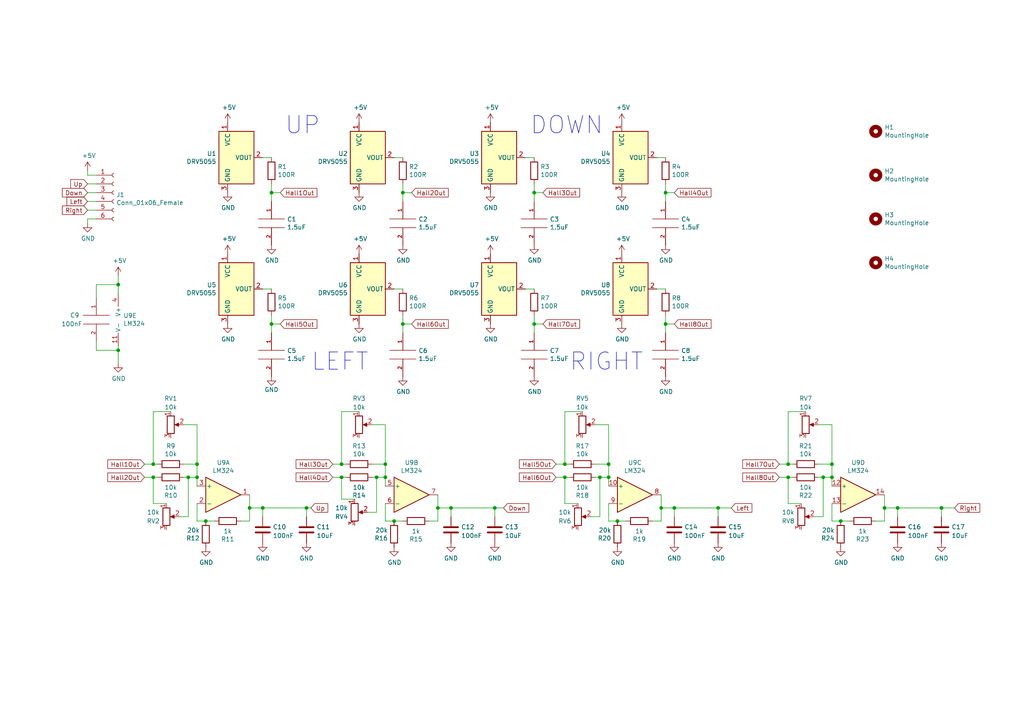
<source format=kicad_sch>
(kicad_sch (version 20211123) (generator eeschema)
  (paper "A4")
  (title_block (title "Hall Effect Joystick Array") (date "2022-10-01") (company "SUBC"))
  (lib_symbols
    (symbol "Amplifier_Operational:LM324" (pin_names (offset 0.127))
      (property "Reference" "U" (at 0 5.08 0))
      (property "Value" "LM324" (at 0 -5.08 0))
      (symbol "LM324_1_1"
        (polyline (pts (xy -5.08 5.08) (xy 5.08 0) (xy -5.08 -5.08) (xy -5.08 5.08)) (stroke (width 0.254)) (fill (type background)))
        (pin output line (at 7.62 0 180) (length 2.54) (name "~") (number "1"))
        (pin input line (at -7.62 -2.54 0) (length 2.54) (name "-") (number "2"))
        (pin input line (at -7.62 2.54 0) (length 2.54) (name "+") (number "3"))
      )
      (symbol "LM324_2_1"
        (polyline (pts (xy -5.08 5.08) (xy 5.08 0) (xy -5.08 -5.08) (xy -5.08 5.08)) (stroke (width 0.254)) (fill (type background)))
        (pin input line (at -7.62 2.54 0) (length 2.54) (name "+") (number "5"))
        (pin input line (at -7.62 -2.54 0) (length 2.54) (name "-") (number "6"))
        (pin output line (at 7.62 0 180) (length 2.54) (name "~") (number "7"))
      )
      (symbol "LM324_3_1"
        (polyline (pts (xy -5.08 5.08) (xy 5.08 0) (xy -5.08 -5.08) (xy -5.08 5.08)) (stroke (width 0.254)) (fill (type background)))
        (pin input line (at -7.62 2.54 0) (length 2.54) (name "+") (number "10"))
        (pin output line (at 7.62 0 180) (length 2.54) (name "~") (number "8"))
        (pin input line (at -7.62 -2.54 0) (length 2.54) (name "-") (number "9"))
      )
      (symbol "LM324_4_1"
        (polyline (pts (xy -5.08 5.08) (xy 5.08 0) (xy -5.08 -5.08) (xy -5.08 5.08)) (stroke (width 0.254)) (fill (type background)))
        (pin input line (at -7.62 2.54 0) (length 2.54) (name "+") (number "12"))
        (pin input line (at -7.62 -2.54 0) (length 2.54) (name "-") (number "13"))
        (pin output line (at 7.62 0 180) (length 2.54) (name "~") (number "14"))
      )
      (symbol "LM324_5_1"
        (pin power_in line (at -2.54 -7.62 90) (length 3.81) (name "V-") (number "11"))
        (pin power_in line (at -2.54 7.62 270) (length 3.81) (name "V+") (number "4"))
      )
    )
    (symbol "Connector:Conn_01x06_Female" (pin_names (offset 1.016) hide)
      (property "Reference" "J" (at 0 7.62 0))
      (property "Value" "Conn_01x06_Female" (at 0 -10.16 0))
      (symbol "Conn_01x06_Female_1_1"
        (arc (start 0 -7.112) (mid -0.508 -7.62) (end 0 -8.128) (stroke (width 0.1524)))
        (arc (start 0 -4.572) (mid -0.508 -5.08) (end 0 -5.588) (stroke (width 0.1524)))
        (arc (start 0 -2.032) (mid -0.508 -2.54) (end 0 -3.048) (stroke (width 0.1524)))
        (polyline (pts (xy -1.27 -7.62) (xy -0.508 -7.62)) (stroke (width 0.1524)))
        (polyline (pts (xy -1.27 -5.08) (xy -0.508 -5.08)) (stroke (width 0.1524)))
        (polyline (pts (xy -1.27 -2.54) (xy -0.508 -2.54)) (stroke (width 0.1524)))
        (polyline (pts (xy -1.27 0) (xy -0.508 0)) (stroke (width 0.1524)))
        (polyline (pts (xy -1.27 2.54) (xy -0.508 2.54)) (stroke (width 0.1524)))
        (polyline (pts (xy -1.27 5.08) (xy -0.508 5.08)) (stroke (width 0.1524)))
        (arc (start 0 0.508) (mid -0.508 0) (end 0 -0.508) (stroke (width 0.1524)))
        (arc (start 0 3.048) (mid -0.508 2.54) (end 0 2.032) (stroke (width 0.1524)))
        (arc (start 0 5.588) (mid -0.508 5.08) (end 0 4.572) (stroke (width 0.1524)))
        (pin passive line (at -5.08 5.08 0) (length 3.81) (name "Pin_1") (number "1"))
        (pin passive line (at -5.08 2.54 0) (length 3.81) (name "Pin_2") (number "2"))
        (pin passive line (at -5.08 0 0) (length 3.81) (name "Pin_3") (number "3"))
        (pin passive line (at -5.08 -2.54 0) (length 3.81) (name "Pin_4") (number "4"))
        (pin passive line (at -5.08 -5.08 0) (length 3.81) (name "Pin_5") (number "5"))
        (pin passive line (at -5.08 -7.62 0) (length 3.81) (name "Pin_6") (number "6"))
      )
    )
    (symbol "Device:C" (pin_numbers hide) (pin_names (offset 0.254))
      (property "Reference" "C" (at 0.635 2.54 0))
      (property "Value" "C" (at 0.635 -2.54 0))
      (symbol "C_0_1"
        (polyline (pts (xy -2.032 -0.762) (xy 2.032 -0.762)) (stroke (width 0.508)))
        (polyline (pts (xy -2.032 0.762) (xy 2.032 0.762)) (stroke (width 0.508)))
      )
      (symbol "C_1_1"
        (pin passive line (at 0 3.81 270) (length 2.794) (name "~") (number "1"))
        (pin passive line (at 0 -3.81 90) (length 2.794) (name "~") (number "2"))
      )
    )
    (symbol "Device:R" (pin_numbers hide) (pin_names (offset 0))
      (property "Reference" "R" (at 2.032 0 90))
      (property "Value" "R" (at 0 0 90))
      (symbol "R_0_1"
        (rectangle (start -1.016 -2.54) (end 1.016 2.54) (stroke (width 0.254)))
      )
      (symbol "R_1_1"
        (pin passive line (at 0 3.81 270) (length 1.27) (name "~") (number "1"))
        (pin passive line (at 0 -3.81 90) (length 1.27) (name "~") (number "2"))
      )
    )
    (symbol "Device:R_Potentiometer" (pin_names (offset 1.016) hide)
      (property "Reference" "RV" (at -4.445 0 90))
      (property "Value" "R_Potentiometer" (at -2.54 0 90))
      (symbol "R_Potentiometer_0_1"
        (polyline (pts (xy 2.54 0) (xy 1.524 0)))
        (polyline (pts (xy 1.143 0) (xy 2.286 0.508) (xy 2.286 -0.508) (xy 1.143 0)) (fill (type outline)))
        (rectangle (start 1.016 2.54) (end -1.016 -2.54) (stroke (width 0.254)))
      )
      (symbol "R_Potentiometer_1_1"
        (pin passive line (at 0 3.81 270) (length 1.27) (name "1") (number "1"))
        (pin passive line (at 3.81 0 180) (length 1.27) (name "2") (number "2"))
        (pin passive line (at 0 -3.81 90) (length 1.27) (name "3") (number "3"))
      )
    )
    (symbol "HallEffectArray-rescue:DRV5033AJQDBZ-Sensor_Magnetic"
      (property "Reference" "U" (at 0 11.43 0))
      (property "Value" "DRV5033AJQDBZ-Sensor_Magnetic" (at 0 8.89 0))
      (symbol "DRV5033AJQDBZ-Sensor_Magnetic_0_1"
        (rectangle (start -5.08 7.62) (end 5.08 -7.62) (stroke (width 0.254)) (fill (type background)))
      )
      (symbol "DRV5033AJQDBZ-Sensor_Magnetic_1_1"
        (pin power_in line (at -2.54 10.16 270) (length 2.54) (name "VCC") (number "1"))
        (pin open_collector line (at 7.62 0 180) (length 2.54) (name "VOUT") (number "2"))
        (pin power_in line (at -2.54 -10.16 90) (length 2.54) (name "GND") (number "3"))
      )
    )
    (symbol "Mechanical:MountingHole" (pin_names (offset 1.016))
      (property "Reference" "H" (at 0 5.08 0))
      (property "Value" "MountingHole" (at 0 3.175 0))
      (symbol "MountingHole_0_1"
        (circle (center 0 0) (radius 1.27) (stroke (width 1.27)))
      )
    )
    (symbol "power:+5V" (power) (pin_names (offset 0))
      (property "Value" "+5V" (at 0 3.556 0))
      (symbol "+5V_0_1"
        (polyline (pts (xy -0.762 1.27) (xy 0 2.54)))
        (polyline (pts (xy 0 0) (xy 0 2.54)))
        (polyline (pts (xy 0 2.54) (xy 0.762 1.27)))
      )
      (symbol "+5V_1_1"
        (pin power_in line (at 0 0 90) (length 0) hide (name "+5V") (number "1"))
      )
    )
    (symbol "power:GND" (power) (pin_names (offset 0))
      (property "Value" "GND" (at 0 -3.81 0))
      (symbol "GND_0_1"
        (polyline (pts (xy 0 0) (xy 0 -1.27) (xy 1.27 -1.27) (xy 0 -2.54) (xy -1.27 -1.27) (xy 0 -1.27)))
      )
      (symbol "GND_1_1"
        (pin power_in line (at 0 0 270) (length 0) hide (name "GND") (number "1"))
      )
    )
    (symbol "pspice:C" (pin_names (offset 0.254))
      (property "Reference" "C" (at 2.54 3.81 90))
      (property "Value" "C" (at 2.54 -3.81 90))
      (symbol "C_0_1"
        (polyline (pts (xy -3.81 -1.27) (xy 3.81 -1.27)))
        (polyline (pts (xy -3.81 1.27) (xy 3.81 1.27)))
      )
      (symbol "C_1_1"
        (pin passive line (at 0 6.35 270) (length 5.08) (name "~") (number "1"))
        (pin passive line (at 0 -6.35 90) (length 5.08) (name "~") (number "2"))
      )
    )
  )
  (junction (at 44.45 138.43))
  (junction (at 243.84 151.13))
  (junction (at 256.54 147.32))
  (junction (at 78.74 55.88))
  (junction (at 176.53 134.62))
  (junction (at 193.04 55.88))
  (junction (at 191.77 147.32))
  (junction (at 116.84 93.98))
  (junction (at 176.53 138.43))
  (junction (at 154.94 55.88))
  (junction (at 143.51 147.32))
  (junction (at 130.81 147.32))
  (junction (at 99.06 138.43))
  (junction (at 88.9 147.32))
  (junction (at 241.3 134.62))
  (junction (at 154.94 93.98))
  (junction (at 273.05 147.32))
  (junction (at 238.76 138.43))
  (junction (at 193.04 93.98))
  (junction (at 114.3 151.13))
  (junction (at 54.61 138.43))
  (junction (at 59.69 151.13))
  (junction (at 195.58 147.32))
  (junction (at 116.84 55.88))
  (junction (at 109.22 138.43))
  (junction (at 208.28 147.32))
  (junction (at 57.15 138.43))
  (junction (at 163.83 138.43))
  (junction (at 228.6 138.43))
  (junction (at 34.29 101.6))
  (junction (at 72.39 147.32))
  (junction (at 44.45 134.62))
  (junction (at 76.2 147.32))
  (junction (at 163.83 134.62))
  (junction (at 228.6 134.62))
  (junction (at 34.29 82.55))
  (junction (at 260.35 147.32))
  (junction (at 99.06 134.62))
  (junction (at 57.15 134.62))
  (junction (at 241.3 138.43))
  (junction (at 111.76 138.43))
  (junction (at 127 147.32))
  (junction (at 78.74 93.98))
  (junction (at 111.76 134.62))
  (junction (at 173.99 138.43))
  (junction (at 179.07 151.13))
  (wire (pts (xy 176.53 151.13) (xy 179.07 151.13)))
  (wire (pts (xy 111.76 134.62) (xy 111.76 138.43)))
  (wire (pts (xy 163.83 138.43) (xy 163.83 146.05)))
  (wire (pts (xy 78.74 93.98) (xy 81.28 93.98)))
  (wire (pts (xy 154.94 93.98) (xy 157.48 93.98)))
  (wire (pts (xy 53.34 123.19) (xy 57.15 123.19)))
  (wire (pts (xy 243.84 151.13) (xy 246.38 151.13)))
  (wire (pts (xy 228.6 138.43) (xy 228.6 146.05)))
  (wire (pts (xy 190.5 45.72) (xy 193.04 45.72)))
  (wire (pts (xy 111.76 151.13) (xy 114.3 151.13)))
  (wire (pts (xy 72.39 147.32) (xy 72.39 143.51)))
  (wire (pts (xy 208.28 147.32) (xy 208.28 149.86)))
  (wire (pts (xy 237.49 123.19) (xy 241.3 123.19)))
  (wire (pts (xy 168.91 119.38) (xy 163.83 119.38)))
  (wire (pts (xy 228.6 134.62) (xy 226.06 134.62)))
  (wire (pts (xy 241.3 134.62) (xy 241.3 138.43)))
  (wire (pts (xy 167.64 146.05) (xy 163.83 146.05)))
  (wire (pts (xy 195.58 147.32) (xy 195.58 149.86)))
  (wire (pts (xy 241.3 151.13) (xy 243.84 151.13)))
  (wire (pts (xy 44.45 119.38) (xy 44.45 134.62)))
  (wire (pts (xy 116.84 55.88) (xy 119.38 55.88)))
  (wire (pts (xy 154.94 96.52) (xy 154.94 93.98)))
  (wire (pts (xy 238.76 138.43) (xy 241.3 138.43)))
  (wire (pts (xy 193.04 93.98) (xy 193.04 91.44)))
  (wire (pts (xy 72.39 151.13) (xy 72.39 147.32)))
  (wire (pts (xy 116.84 93.98) (xy 119.38 93.98)))
  (wire (pts (xy 57.15 146.05) (xy 57.15 151.13)))
  (wire (pts (xy 78.74 96.52) (xy 78.74 93.98)))
  (wire (pts (xy 76.2 147.32) (xy 76.2 149.86)))
  (wire (pts (xy 241.3 146.05) (xy 241.3 151.13)))
  (wire (pts (xy 69.85 151.13) (xy 72.39 151.13)))
  (wire (pts (xy 54.61 149.86) (xy 54.61 138.43)))
  (wire (pts (xy 260.35 147.32) (xy 260.35 149.86)))
  (wire (pts (xy 256.54 147.32) (xy 260.35 147.32)))
  (wire (pts (xy 102.87 144.78) (xy 99.06 144.78)))
  (wire (pts (xy 124.46 151.13) (xy 127 151.13)))
  (wire (pts (xy 189.23 151.13) (xy 191.77 151.13)))
  (wire (pts (xy 99.06 119.38) (xy 99.06 134.62)))
  (wire (pts (xy 107.95 138.43) (xy 109.22 138.43)))
  (wire (pts (xy 163.83 138.43) (xy 165.1 138.43)))
  (wire (pts (xy 114.3 83.82) (xy 116.84 83.82)))
  (wire (pts (xy 27.94 101.6) (xy 34.29 101.6)))
  (wire (pts (xy 260.35 147.32) (xy 273.05 147.32)))
  (wire (pts (xy 173.99 138.43) (xy 173.99 149.86)))
  (wire (pts (xy 171.45 149.86) (xy 173.99 149.86)))
  (wire (pts (xy 152.4 45.72) (xy 154.94 45.72)))
  (wire (pts (xy 54.61 138.43) (xy 57.15 138.43)))
  (wire (pts (xy 41.91 134.62) (xy 44.45 134.62)))
  (wire (pts (xy 173.99 138.43) (xy 176.53 138.43)))
  (wire (pts (xy 34.29 101.6) (xy 34.29 100.33)))
  (wire (pts (xy 96.52 138.43) (xy 99.06 138.43)))
  (wire (pts (xy 27.94 86.36) (xy 27.94 82.55)))
  (wire (pts (xy 116.84 58.42) (xy 116.84 55.88)))
  (wire (pts (xy 57.15 134.62) (xy 57.15 138.43)))
  (wire (pts (xy 34.29 82.55) (xy 34.29 85.09)))
  (wire (pts (xy 127 147.32) (xy 127 143.51)))
  (wire (pts (xy 41.91 138.43) (xy 44.45 138.43)))
  (wire (pts (xy 176.53 134.62) (xy 176.53 138.43)))
  (wire (pts (xy 176.53 123.19) (xy 176.53 134.62)))
  (wire (pts (xy 161.29 134.62) (xy 163.83 134.62)))
  (wire (pts (xy 76.2 45.72) (xy 78.74 45.72)))
  (wire (pts (xy 254 151.13) (xy 256.54 151.13)))
  (wire (pts (xy 229.87 134.62) (xy 228.6 134.62)))
  (wire (pts (xy 193.04 96.52) (xy 193.04 93.98)))
  (wire (pts (xy 179.07 151.13) (xy 181.61 151.13)))
  (wire (pts (xy 172.72 123.19) (xy 176.53 123.19)))
  (wire (pts (xy 232.41 146.05) (xy 228.6 146.05)))
  (wire (pts (xy 72.39 147.32) (xy 76.2 147.32)))
  (wire (pts (xy 27.94 99.06) (xy 27.94 101.6)))
  (wire (pts (xy 25.4 50.8) (xy 27.94 50.8)))
  (wire (pts (xy 193.04 55.88) (xy 193.04 53.34)))
  (wire (pts (xy 34.29 80.01) (xy 34.29 82.55)))
  (wire (pts (xy 48.26 146.05) (xy 44.45 146.05)))
  (wire (pts (xy 176.53 138.43) (xy 176.53 140.97)))
  (wire (pts (xy 76.2 83.82) (xy 78.74 83.82)))
  (wire (pts (xy 106.68 148.59) (xy 109.22 148.59)))
  (wire (pts (xy 116.84 96.52) (xy 116.84 93.98)))
  (wire (pts (xy 152.4 83.82) (xy 154.94 83.82)))
  (wire (pts (xy 241.3 123.19) (xy 241.3 134.62)))
  (wire (pts (xy 127 147.32) (xy 130.81 147.32)))
  (wire (pts (xy 154.94 58.42) (xy 154.94 55.88)))
  (wire (pts (xy 193.04 55.88) (xy 195.58 55.88)))
  (wire (pts (xy 256.54 147.32) (xy 256.54 143.51)))
  (wire (pts (xy 99.06 138.43) (xy 100.33 138.43)))
  (wire (pts (xy 34.29 105.41) (xy 34.29 101.6)))
  (wire (pts (xy 57.15 138.43) (xy 57.15 140.97)))
  (wire (pts (xy 191.77 147.32) (xy 195.58 147.32)))
  (wire (pts (xy 78.74 58.42) (xy 78.74 55.88)))
  (wire (pts (xy 208.28 147.32) (xy 212.09 147.32)))
  (wire (pts (xy 107.95 134.62) (xy 111.76 134.62)))
  (wire (pts (xy 256.54 151.13) (xy 256.54 147.32)))
  (wire (pts (xy 76.2 147.32) (xy 88.9 147.32)))
  (wire (pts (xy 237.49 138.43) (xy 238.76 138.43)))
  (wire (pts (xy 163.83 119.38) (xy 163.83 134.62)))
  (wire (pts (xy 53.34 138.43) (xy 54.61 138.43)))
  (wire (pts (xy 78.74 93.98) (xy 78.74 91.44)))
  (wire (pts (xy 154.94 55.88) (xy 157.48 55.88)))
  (wire (pts (xy 107.95 123.19) (xy 111.76 123.19)))
  (wire (pts (xy 59.69 151.13) (xy 62.23 151.13)))
  (wire (pts (xy 228.6 138.43) (xy 226.06 138.43)))
  (wire (pts (xy 236.22 149.86) (xy 238.76 149.86)))
  (wire (pts (xy 25.4 49.53) (xy 25.4 50.8)))
  (wire (pts (xy 49.53 119.38) (xy 44.45 119.38)))
  (wire (pts (xy 88.9 147.32) (xy 88.9 149.86)))
  (wire (pts (xy 78.74 55.88) (xy 78.74 53.34)))
  (wire (pts (xy 195.58 147.32) (xy 208.28 147.32)))
  (wire (pts (xy 99.06 134.62) (xy 100.33 134.62)))
  (wire (pts (xy 99.06 138.43) (xy 99.06 144.78)))
  (wire (pts (xy 116.84 151.13) (xy 114.3 151.13)))
  (wire (pts (xy 176.53 146.05) (xy 176.53 151.13)))
  (wire (pts (xy 44.45 146.05) (xy 44.45 138.43)))
  (wire (pts (xy 241.3 138.43) (xy 241.3 140.97)))
  (wire (pts (xy 233.68 119.38) (xy 228.6 119.38)))
  (wire (pts (xy 57.15 151.13) (xy 59.69 151.13)))
  (wire (pts (xy 273.05 147.32) (xy 276.86 147.32)))
  (wire (pts (xy 143.51 147.32) (xy 146.05 147.32)))
  (wire (pts (xy 52.07 149.86) (xy 54.61 149.86)))
  (wire (pts (xy 57.15 123.19) (xy 57.15 134.62)))
  (wire (pts (xy 109.22 138.43) (xy 111.76 138.43)))
  (wire (pts (xy 44.45 134.62) (xy 45.72 134.62)))
  (wire (pts (xy 116.84 93.98) (xy 116.84 91.44)))
  (wire (pts (xy 154.94 55.88) (xy 154.94 53.34)))
  (wire (pts (xy 111.76 146.05) (xy 111.76 151.13)))
  (wire (pts (xy 172.72 134.62) (xy 176.53 134.62)))
  (wire (pts (xy 273.05 147.32) (xy 273.05 149.86)))
  (wire (pts (xy 229.87 138.43) (xy 228.6 138.43)))
  (wire (pts (xy 130.81 147.32) (xy 130.81 149.86)))
  (wire (pts (xy 161.29 138.43) (xy 163.83 138.43)))
  (wire (pts (xy 44.45 138.43) (xy 45.72 138.43)))
  (wire (pts (xy 88.9 147.32) (xy 90.17 147.32)))
  (wire (pts (xy 191.77 147.32) (xy 191.77 143.51)))
  (wire (pts (xy 238.76 138.43) (xy 238.76 149.86)))
  (wire (pts (xy 96.52 134.62) (xy 99.06 134.62)))
  (wire (pts (xy 130.81 147.32) (xy 143.51 147.32)))
  (wire (pts (xy 104.14 119.38) (xy 99.06 119.38)))
  (wire (pts (xy 163.83 134.62) (xy 165.1 134.62)))
  (wire (pts (xy 228.6 119.38) (xy 228.6 134.62)))
  (wire (pts (xy 154.94 93.98) (xy 154.94 91.44)))
  (wire (pts (xy 172.72 138.43) (xy 173.99 138.43)))
  (wire (pts (xy 27.94 82.55) (xy 34.29 82.55)))
  (wire (pts (xy 25.4 64.77) (xy 25.4 63.5)))
  (wire (pts (xy 111.76 138.43) (xy 111.76 140.97)))
  (wire (pts (xy 25.4 55.88) (xy 27.94 55.88)))
  (wire (pts (xy 191.77 151.13) (xy 191.77 147.32)))
  (wire (pts (xy 111.76 123.19) (xy 111.76 134.62)))
  (wire (pts (xy 25.4 63.5) (xy 27.94 63.5)))
  (wire (pts (xy 114.3 45.72) (xy 116.84 45.72)))
  (wire (pts (xy 53.34 134.62) (xy 57.15 134.62)))
  (wire (pts (xy 116.84 55.88) (xy 116.84 53.34)))
  (wire (pts (xy 25.4 58.42) (xy 27.94 58.42)))
  (wire (pts (xy 193.04 58.42) (xy 193.04 55.88)))
  (wire (pts (xy 193.04 93.98) (xy 195.58 93.98)))
  (wire (pts (xy 78.74 55.88) (xy 81.28 55.88)))
  (wire (pts (xy 127 151.13) (xy 127 147.32)))
  (wire (pts (xy 190.5 83.82) (xy 193.04 83.82)))
  (wire (pts (xy 237.49 134.62) (xy 241.3 134.62)))
  (wire (pts (xy 25.4 60.96) (xy 27.94 60.96)))
  (wire (pts (xy 143.51 147.32) (xy 143.51 149.86)))
  (wire (pts (xy 25.4 53.34) (xy 27.94 53.34)))
  (wire (pts (xy 109.22 138.43) (xy 109.22 148.59)))
  (text "DOWN" (at 153.67 39.37 0) (effects (font (size 5.0038 5.0038)) (justify left bottom)))
  (text "RIGHT" (at 165.1 107.95 0) (effects (font (size 5.0038 5.0038)) (justify left bottom)))
  (text "UP" (at 82.55 39.37 0) (effects (font (size 5.0038 5.0038)) (justify left bottom)))
  (text "LEFT" (at 90.17 107.95 0) (effects (font (size 5.0038 5.0038)) (justify left bottom)))
  (global_label "Up" (shape input) (at 90.17 147.32 0) (property "Intersheet References" "${INTERSHEET_REFS}" (effects hide)))
  (global_label "Hall5Out" (shape input) (at 81.28 93.98 0) (property "Intersheet References" "${INTERSHEET_REFS}" (effects hide)))
  (global_label "Hall4Out" (shape input) (at 96.52 138.43 180) (property "Intersheet References" "${INTERSHEET_REFS}" (effects hide)))
  (global_label "Down" (shape input) (at 25.4 55.88 180) (property "Intersheet References" "${INTERSHEET_REFS}" (effects hide)))
  (global_label "Down" (shape input) (at 146.05 147.32 0) (property "Intersheet References" "${INTERSHEET_REFS}" (effects hide)))
  (global_label "Right" (shape input) (at 25.4 60.96 180) (property "Intersheet References" "${INTERSHEET_REFS}" (effects hide)))
  (global_label "Left" (shape input) (at 25.4 58.42 180) (property "Intersheet References" "${INTERSHEET_REFS}" (effects hide)))
  (global_label "Hall8Out" (shape input) (at 226.06 138.43 180) (property "Intersheet References" "${INTERSHEET_REFS}" (effects hide)))
  (global_label "Right" (shape input) (at 276.86 147.32 0) (property "Intersheet References" "${INTERSHEET_REFS}" (effects hide)))
  (global_label "Left" (shape input) (at 212.09 147.32 0) (property "Intersheet References" "${INTERSHEET_REFS}" (effects hide)))
  (global_label "Hall1Out" (shape input) (at 41.91 134.62 180) (property "Intersheet References" "${INTERSHEET_REFS}" (effects hide)))
  (global_label "Hall2Out" (shape input) (at 119.38 55.88 0) (property "Intersheet References" "${INTERSHEET_REFS}" (effects hide)))
  (global_label "Hall3Out" (shape input) (at 157.48 55.88 0) (property "Intersheet References" "${INTERSHEET_REFS}" (effects hide)))
  (global_label "Hall8Out" (shape input) (at 195.58 93.98 0) (property "Intersheet References" "${INTERSHEET_REFS}" (effects hide)))
  (global_label "Hall2Out" (shape input) (at 41.91 138.43 180) (property "Intersheet References" "${INTERSHEET_REFS}" (effects hide)))
  (global_label "Up" (shape input) (at 25.4 53.34 180) (property "Intersheet References" "${INTERSHEET_REFS}" (effects hide)))
  (global_label "Hall7Out" (shape input) (at 226.06 134.62 180) (property "Intersheet References" "${INTERSHEET_REFS}" (effects hide)))
  (global_label "Hall1Out" (shape input) (at 81.28 55.88 0) (property "Intersheet References" "${INTERSHEET_REFS}" (effects hide)))
  (global_label "Hall7Out" (shape input) (at 157.48 93.98 0) (property "Intersheet References" "${INTERSHEET_REFS}" (effects hide)))
  (global_label "Hall6Out" (shape input) (at 119.38 93.98 0) (property "Intersheet References" "${INTERSHEET_REFS}" (effects hide)))
  (global_label "Hall5Out" (shape input) (at 161.29 134.62 180) (property "Intersheet References" "${INTERSHEET_REFS}" (effects hide)))
  (global_label "Hall3Out" (shape input) (at 96.52 134.62 180) (property "Intersheet References" "${INTERSHEET_REFS}" (effects hide)))
  (global_label "Hall4Out" (shape input) (at 195.58 55.88 0) (property "Intersheet References" "${INTERSHEET_REFS}" (effects hide)))
  (global_label "Hall6Out" (shape input) (at 161.29 138.43 180) (property "Intersheet References" "${INTERSHEET_REFS}" (effects hide)))
  (symbol (lib_id "HallEffectArray-rescue:DRV5033AJQDBZ-Sensor_Magnetic") (at 68.58 45.72 0) (unit 1)
    (property "Reference" "U1" (at 62.7634 44.5516 0) (effects (justify right)))
    (property "Value" "DRV5055" (at 62.7634 46.863 0) (effects (justify right)))
    (property "Footprint" "Package_TO_SOT_SMD:SOT-23" (effects hide))
    (property "Datasheet" "http://www.ti.com/lit/ds/symlink/drv5055.pdf" (effects hide))
  )
  (symbol (lib_id "HallEffectArray-rescue:DRV5033AJQDBZ-Sensor_Magnetic") (at 106.68 45.72 0) (unit 1)
    (property "Reference" "U2" (at 100.8634 44.5516 0) (effects (justify right)))
    (property "Value" "DRV5055" (at 100.8634 46.863 0) (effects (justify right)))
    (property "Footprint" "Package_TO_SOT_SMD:SOT-23" (effects hide))
    (property "Datasheet" "http://www.ti.com/lit/ds/symlink/drv5055.pdf" (effects hide))
  )
  (symbol (lib_id "HallEffectArray-rescue:DRV5033AJQDBZ-Sensor_Magnetic") (at 144.78 45.72 0) (unit 1)
    (property "Reference" "U3" (at 138.9634 44.5516 0) (effects (justify right)))
    (property "Value" "DRV5055" (at 138.9634 46.863 0) (effects (justify right)))
    (property "Footprint" "Package_TO_SOT_SMD:SOT-23" (effects hide))
    (property "Datasheet" "http://www.ti.com/lit/ds/symlink/drv5055.pdf" (effects hide))
  )
  (symbol (lib_id "HallEffectArray-rescue:DRV5033AJQDBZ-Sensor_Magnetic") (at 182.88 45.72 0) (unit 1)
    (property "Reference" "U4" (at 177.0634 44.5516 0) (effects (justify right)))
    (property "Value" "DRV5055" (at 177.0634 46.863 0) (effects (justify right)))
    (property "Footprint" "Package_TO_SOT_SMD:SOT-23" (effects hide))
    (property "Datasheet" "http://www.ti.com/lit/ds/symlink/drv5055.pdf" (effects hide))
  )
  (symbol (lib_id "HallEffectArray-rescue:DRV5033AJQDBZ-Sensor_Magnetic") (at 68.58 83.82 0) (unit 1)
    (property "Reference" "U5" (at 62.7634 82.6516 0) (effects (justify right)))
    (property "Value" "DRV5055" (at 62.7634 84.963 0) (effects (justify right)))
    (property "Footprint" "Package_TO_SOT_SMD:SOT-23" (effects hide))
    (property "Datasheet" "http://www.ti.com/lit/ds/symlink/drv5055.pdf" (effects hide))
  )
  (symbol (lib_id "HallEffectArray-rescue:DRV5033AJQDBZ-Sensor_Magnetic") (at 106.68 83.82 0) (unit 1)
    (property "Reference" "U6" (at 100.8634 82.6516 0) (effects (justify right)))
    (property "Value" "DRV5055" (at 100.8634 84.963 0) (effects (justify right)))
    (property "Footprint" "Package_TO_SOT_SMD:SOT-23" (effects hide))
    (property "Datasheet" "http://www.ti.com/lit/ds/symlink/drv5055.pdf" (effects hide))
  )
  (symbol (lib_id "HallEffectArray-rescue:DRV5033AJQDBZ-Sensor_Magnetic") (at 144.78 83.82 0) (unit 1)
    (property "Reference" "U7" (at 138.9634 82.6516 0) (effects (justify right)))
    (property "Value" "DRV5055" (at 138.9634 84.963 0) (effects (justify right)))
    (property "Footprint" "Package_TO_SOT_SMD:SOT-23" (effects hide))
    (property "Datasheet" "http://www.ti.com/lit/ds/symlink/drv5055.pdf" (effects hide))
  )
  (symbol (lib_id "HallEffectArray-rescue:DRV5033AJQDBZ-Sensor_Magnetic") (at 182.88 83.82 0) (unit 1)
    (property "Reference" "U8" (at 177.0634 82.6516 0) (effects (justify right)))
    (property "Value" "DRV5055" (at 177.0634 84.963 0) (effects (justify right)))
    (property "Footprint" "Package_TO_SOT_SMD:SOT-23" (effects hide))
    (property "Datasheet" "http://www.ti.com/lit/ds/symlink/drv5055.pdf" (effects hide))
  )
  (symbol (lib_id "power:GND") (at 66.04 55.88 0) (unit 1)
    (property "Reference" "#PWR0101" (effects hide))
    (property "Value" "GND" (at 66.167 60.2742 0))
  )
  (symbol (lib_id "power:GND") (at 104.14 55.88 0) (unit 1)
    (property "Reference" "#PWR0102" (effects hide))
    (property "Value" "GND" (at 104.267 60.2742 0))
  )
  (symbol (lib_id "power:GND") (at 142.24 55.88 0) (unit 1)
    (property "Reference" "#PWR0103" (effects hide))
    (property "Value" "GND" (at 142.367 60.2742 0))
  )
  (symbol (lib_id "power:GND") (at 180.34 55.88 0) (unit 1)
    (property "Reference" "#PWR0104" (effects hide))
    (property "Value" "GND" (at 180.467 60.2742 0))
  )
  (symbol (lib_id "power:GND") (at 66.04 93.98 0) (unit 1)
    (property "Reference" "#PWR0105" (effects hide))
    (property "Value" "GND" (at 66.167 98.3742 0))
  )
  (symbol (lib_id "power:GND") (at 104.14 93.98 0) (unit 1)
    (property "Reference" "#PWR0106" (effects hide))
    (property "Value" "GND" (at 104.267 98.3742 0))
  )
  (symbol (lib_id "power:GND") (at 142.24 93.98 0) (unit 1)
    (property "Reference" "#PWR0107" (effects hide))
    (property "Value" "GND" (at 142.367 98.3742 0))
  )
  (symbol (lib_id "power:GND") (at 180.34 93.98 0) (unit 1)
    (property "Reference" "#PWR0108" (effects hide))
    (property "Value" "GND" (at 180.467 98.3742 0))
  )
  (symbol (lib_id "pspice:C") (at 78.74 102.87 0) (unit 1)
    (property "Reference" "C5" (at 83.2612 101.7016 0) (effects (justify left)))
    (property "Value" "1.5uF" (at 83.2612 104.013 0) (effects (justify left)))
    (property "Footprint" "Capacitor_SMD:C_0805_2012Metric" (effects hide))
  )
  (symbol (lib_id "power:+5V") (at 66.04 73.66 0) (unit 1)
    (property "Reference" "#PWR0109" (effects hide))
    (property "Value" "+5V" (at 66.421 69.2658 0))
  )
  (symbol (lib_id "power:+5V") (at 66.04 35.56 0) (unit 1)
    (property "Reference" "#PWR0110" (effects hide))
    (property "Value" "+5V" (at 66.421 31.1658 0))
  )
  (symbol (lib_id "power:+5V") (at 104.14 35.56 0) (unit 1)
    (property "Reference" "#PWR0111" (effects hide))
    (property "Value" "+5V" (at 104.521 31.1658 0))
  )
  (symbol (lib_id "power:+5V") (at 142.24 35.56 0) (unit 1)
    (property "Reference" "#PWR0112" (effects hide))
    (property "Value" "+5V" (at 142.621 31.1658 0))
  )
  (symbol (lib_id "power:+5V") (at 180.34 35.56 0) (unit 1)
    (property "Reference" "#PWR0113" (effects hide))
    (property "Value" "+5V" (at 180.721 31.1658 0))
  )
  (symbol (lib_id "power:+5V") (at 104.14 73.66 0) (unit 1)
    (property "Reference" "#PWR0114" (effects hide))
    (property "Value" "+5V" (at 104.521 69.2658 0))
  )
  (symbol (lib_id "power:+5V") (at 142.24 73.66 0) (unit 1)
    (property "Reference" "#PWR0115" (effects hide))
    (property "Value" "+5V" (at 142.621 69.2658 0))
  )
  (symbol (lib_id "power:+5V") (at 180.34 73.66 0) (unit 1)
    (property "Reference" "#PWR0116" (effects hide))
    (property "Value" "+5V" (at 180.721 69.2658 0))
  )
  (symbol (lib_id "Device:R") (at 78.74 87.63 0) (unit 1)
    (property "Reference" "R5" (at 80.518 86.4616 0) (effects (justify left)))
    (property "Value" "100R" (at 80.518 88.773 0) (effects (justify left)))
    (property "Footprint" "Resistor_SMD:R_0805_2012Metric" (effects hide))
  )
  (symbol (lib_id "pspice:C") (at 116.84 102.87 0) (unit 1)
    (property "Reference" "C6" (at 121.3612 101.7016 0) (effects (justify left)))
    (property "Value" "1.5uF" (at 121.3612 104.013 0) (effects (justify left)))
    (property "Footprint" "Capacitor_SMD:C_0805_2012Metric" (effects hide))
  )
  (symbol (lib_id "Device:R") (at 116.84 87.63 0) (unit 1)
    (property "Reference" "R6" (at 118.618 86.4616 0) (effects (justify left)))
    (property "Value" "100R" (at 118.618 88.773 0) (effects (justify left)))
    (property "Footprint" "Resistor_SMD:R_0805_2012Metric" (effects hide))
  )
  (symbol (lib_id "pspice:C") (at 154.94 102.87 0) (unit 1)
    (property "Reference" "C7" (at 159.4612 101.7016 0) (effects (justify left)))
    (property "Value" "1.5uF" (at 159.4612 104.013 0) (effects (justify left)))
    (property "Footprint" "Capacitor_SMD:C_0805_2012Metric" (effects hide))
  )
  (symbol (lib_id "Device:R") (at 154.94 87.63 0) (unit 1)
    (property "Reference" "R7" (at 156.718 86.4616 0) (effects (justify left)))
    (property "Value" "100R" (at 156.718 88.773 0) (effects (justify left)))
    (property "Footprint" "Resistor_SMD:R_0805_2012Metric" (effects hide))
  )
  (symbol (lib_id "pspice:C") (at 193.04 102.87 0) (unit 1)
    (property "Reference" "C8" (at 197.5612 101.7016 0) (effects (justify left)))
    (property "Value" "1.5uF" (at 197.5612 104.013 0) (effects (justify left)))
    (property "Footprint" "Capacitor_SMD:C_0805_2012Metric" (effects hide))
  )
  (symbol (lib_id "Device:R") (at 193.04 87.63 0) (unit 1)
    (property "Reference" "R8" (at 194.818 86.4616 0) (effects (justify left)))
    (property "Value" "100R" (at 194.818 88.773 0) (effects (justify left)))
    (property "Footprint" "Resistor_SMD:R_0805_2012Metric" (effects hide))
  )
  (symbol (lib_id "pspice:C") (at 78.74 64.77 0) (unit 1)
    (property "Reference" "C1" (at 83.2612 63.6016 0) (effects (justify left)))
    (property "Value" "1.5uF" (at 83.2612 65.913 0) (effects (justify left)))
    (property "Footprint" "Capacitor_SMD:C_0805_2012Metric" (effects hide))
  )
  (symbol (lib_id "Device:R") (at 78.74 49.53 0) (unit 1)
    (property "Reference" "R1" (at 80.518 48.3616 0) (effects (justify left)))
    (property "Value" "100R" (at 80.518 50.673 0) (effects (justify left)))
    (property "Footprint" "Resistor_SMD:R_0805_2012Metric" (effects hide))
  )
  (symbol (lib_id "pspice:C") (at 116.84 64.77 0) (unit 1)
    (property "Reference" "C2" (at 121.3612 63.6016 0) (effects (justify left)))
    (property "Value" "1.5uF" (at 121.3612 65.913 0) (effects (justify left)))
    (property "Footprint" "Capacitor_SMD:C_0805_2012Metric" (effects hide))
  )
  (symbol (lib_id "Device:R") (at 116.84 49.53 0) (unit 1)
    (property "Reference" "R2" (at 118.618 48.3616 0) (effects (justify left)))
    (property "Value" "100R" (at 118.618 50.673 0) (effects (justify left)))
    (property "Footprint" "Resistor_SMD:R_0805_2012Metric" (effects hide))
  )
  (symbol (lib_id "pspice:C") (at 154.94 64.77 0) (unit 1)
    (property "Reference" "C3" (at 159.4612 63.6016 0) (effects (justify left)))
    (property "Value" "1.5uF" (at 159.4612 65.913 0) (effects (justify left)))
    (property "Footprint" "Capacitor_SMD:C_0805_2012Metric" (effects hide))
  )
  (symbol (lib_id "Device:R") (at 154.94 49.53 0) (unit 1)
    (property "Reference" "R3" (at 156.718 48.3616 0) (effects (justify left)))
    (property "Value" "100R" (at 156.718 50.673 0) (effects (justify left)))
    (property "Footprint" "Resistor_SMD:R_0805_2012Metric" (effects hide))
  )
  (symbol (lib_id "pspice:C") (at 193.04 64.77 0) (unit 1)
    (property "Reference" "C4" (at 197.5612 63.6016 0) (effects (justify left)))
    (property "Value" "1.5uF" (at 197.5612 65.913 0) (effects (justify left)))
    (property "Footprint" "Capacitor_SMD:C_0805_2012Metric" (effects hide))
  )
  (symbol (lib_id "Device:R") (at 193.04 49.53 0) (unit 1)
    (property "Reference" "R4" (at 194.818 48.3616 0) (effects (justify left)))
    (property "Value" "100R" (at 194.818 50.673 0) (effects (justify left)))
    (property "Footprint" "Resistor_SMD:R_0805_2012Metric" (effects hide))
  )
  (symbol (lib_id "power:GND") (at 78.74 71.12 0) (unit 1)
    (property "Reference" "#PWR0117" (effects hide))
    (property "Value" "GND" (at 78.867 75.5142 0))
  )
  (symbol (lib_id "power:GND") (at 116.84 71.12 0) (unit 1)
    (property "Reference" "#PWR0118" (effects hide))
    (property "Value" "GND" (at 116.967 75.5142 0))
  )
  (symbol (lib_id "power:GND") (at 154.94 71.12 0) (unit 1)
    (property "Reference" "#PWR0119" (effects hide))
    (property "Value" "GND" (at 155.067 75.5142 0))
  )
  (symbol (lib_id "power:GND") (at 193.04 71.12 0) (unit 1)
    (property "Reference" "#PWR0120" (effects hide))
    (property "Value" "GND" (at 193.167 75.5142 0))
  )
  (symbol (lib_id "power:GND") (at 78.74 109.22 0) (unit 1)
    (property "Reference" "#PWR0121" (effects hide))
    (property "Value" "GND" (at 78.74 113.03 0))
  )
  (symbol (lib_id "power:GND") (at 116.84 109.22 0) (unit 1)
    (property "Reference" "#PWR0122" (effects hide))
    (property "Value" "GND" (at 116.967 113.6142 0))
  )
  (symbol (lib_id "power:GND") (at 154.94 109.22 0) (unit 1)
    (property "Reference" "#PWR0123" (effects hide))
    (property "Value" "GND" (at 155.067 113.6142 0))
  )
  (symbol (lib_id "power:GND") (at 193.04 109.22 0) (unit 1)
    (property "Reference" "#PWR0124" (effects hide))
    (property "Value" "GND" (at 193.167 113.6142 0))
  )
  (symbol (lib_id "Device:R") (at 66.04 151.13 270) (unit 1)
    (property "Reference" "R11" (at 66.04 156.3878 90))
    (property "Value" "1k" (at 66.04 154.0764 90))
    (property "Footprint" "Resistor_SMD:R_0805_2012Metric" (effects hide))
  )
  (symbol (lib_id "Device:R") (at 120.65 151.13 270) (unit 1)
    (property "Reference" "R15" (at 120.65 156.3878 90))
    (property "Value" "1k" (at 120.65 154.0764 90))
    (property "Footprint" "Resistor_SMD:R_0805_2012Metric" (effects hide))
  )
  (symbol (lib_id "Device:R") (at 185.42 151.13 270) (unit 1)
    (property "Reference" "R19" (at 185.42 156.3878 90))
    (property "Value" "1k" (at 185.42 154.0764 90))
    (property "Footprint" "Resistor_SMD:R_0805_2012Metric" (effects hide))
  )
  (symbol (lib_id "Device:R") (at 250.19 151.13 270) (unit 1)
    (property "Reference" "R23" (at 250.19 156.3878 90))
    (property "Value" "1k" (at 250.19 154.0764 90))
    (property "Footprint" "Resistor_SMD:R_0805_2012Metric" (effects hide))
  )
  (symbol (lib_id "Device:R") (at 49.53 134.62 270) (unit 1)
    (property "Reference" "R9" (at 49.53 129.3622 90))
    (property "Value" "10k" (at 49.53 131.6736 90))
    (property "Footprint" "Resistor_SMD:R_0805_2012Metric" (effects hide))
  )
  (symbol (lib_id "Device:R") (at 49.53 138.43 270) (unit 1)
    (property "Reference" "R10" (at 49.53 143.6878 90))
    (property "Value" "10k" (at 49.53 141.3764 90))
    (property "Footprint" "Resistor_SMD:R_0805_2012Metric" (effects hide))
  )
  (symbol (lib_id "Device:R") (at 104.14 134.62 270) (unit 1)
    (property "Reference" "R13" (at 104.14 129.3622 90))
    (property "Value" "10k" (at 104.14 131.6736 90))
    (property "Footprint" "Resistor_SMD:R_0805_2012Metric" (effects hide))
  )
  (symbol (lib_id "Device:R") (at 104.14 138.43 270) (unit 1)
    (property "Reference" "R14" (at 104.14 143.6878 90))
    (property "Value" "10k" (at 104.14 141.3764 90))
    (property "Footprint" "Resistor_SMD:R_0805_2012Metric" (effects hide))
  )
  (symbol (lib_id "Device:R") (at 168.91 134.62 270) (unit 1)
    (property "Reference" "R17" (at 168.91 129.3622 90))
    (property "Value" "10k" (at 168.91 131.6736 90))
    (property "Footprint" "Resistor_SMD:R_0805_2012Metric" (effects hide))
  )
  (symbol (lib_id "Device:R") (at 168.91 138.43 270) (unit 1)
    (property "Reference" "R18" (at 168.91 143.6878 90))
    (property "Value" "10k" (at 168.91 141.3764 90))
    (property "Footprint" "Resistor_SMD:R_0805_2012Metric" (effects hide))
  )
  (symbol (lib_id "Device:R") (at 233.68 134.62 270) (unit 1)
    (property "Reference" "R21" (at 233.68 129.3622 90))
    (property "Value" "10k" (at 233.68 131.6736 90))
    (property "Footprint" "Resistor_SMD:R_0805_2012Metric" (effects hide))
  )
  (symbol (lib_id "Device:R") (at 233.68 138.43 270) (unit 1)
    (property "Reference" "R22" (at 233.68 143.6878 90))
    (property "Value" "10k" (at 233.68 141.3764 90))
    (property "Footprint" "Resistor_SMD:R_0805_2012Metric" (effects hide))
  )
  (symbol (lib_id "Device:R") (at 59.69 154.94 0) (unit 1)
    (property "Reference" "R12" (at 57.912 156.1084 0) (effects (justify right)))
    (property "Value" "20k" (at 57.912 153.797 0) (effects (justify right)))
    (property "Footprint" "Resistor_SMD:R_0805_2012Metric" (effects hide))
  )
  (symbol (lib_id "Device:R") (at 114.3 154.94 0) (unit 1)
    (property "Reference" "R16" (at 112.522 156.1084 0) (effects (justify right)))
    (property "Value" "20k" (at 112.522 153.797 0) (effects (justify right)))
    (property "Footprint" "Resistor_SMD:R_0805_2012Metric" (effects hide))
  )
  (symbol (lib_id "Device:R") (at 179.07 154.94 0) (unit 1)
    (property "Reference" "R20" (at 177.292 156.1084 0) (effects (justify right)))
    (property "Value" "20k" (at 177.292 153.797 0) (effects (justify right)))
    (property "Footprint" "Resistor_SMD:R_0805_2012Metric" (effects hide))
  )
  (symbol (lib_id "Device:R") (at 243.84 154.94 0) (unit 1)
    (property "Reference" "R24" (at 242.062 156.1084 0) (effects (justify right)))
    (property "Value" "20k" (at 242.062 153.797 0) (effects (justify right)))
    (property "Footprint" "Resistor_SMD:R_0805_2012Metric" (effects hide))
  )
  (symbol (lib_id "Mechanical:MountingHole") (at 254 38.1 0) (unit 1)
    (property "Reference" "H1" (at 256.54 36.9316 0) (effects (justify left)))
    (property "Value" "MountingHole" (at 256.54 39.243 0) (effects (justify left)))
    (property "Footprint" "MountingHole:MountingHole_2.7mm_M2.5" (effects hide))
  )
  (symbol (lib_id "Mechanical:MountingHole") (at 254 50.8 0) (unit 1)
    (property "Reference" "H2" (at 256.54 49.6316 0) (effects (justify left)))
    (property "Value" "MountingHole" (at 256.54 51.943 0) (effects (justify left)))
    (property "Footprint" "MountingHole:MountingHole_2.7mm_M2.5" (effects hide))
  )
  (symbol (lib_id "Mechanical:MountingHole") (at 254 63.5 0) (unit 1)
    (property "Reference" "H3" (at 256.54 62.3316 0) (effects (justify left)))
    (property "Value" "MountingHole" (at 256.54 64.643 0) (effects (justify left)))
    (property "Footprint" "MountingHole:MountingHole_2.7mm_M2.5" (effects hide))
  )
  (symbol (lib_id "Mechanical:MountingHole") (at 254 76.2 0) (unit 1)
    (property "Reference" "H4" (at 256.54 75.0316 0) (effects (justify left)))
    (property "Value" "MountingHole" (at 256.54 77.343 0) (effects (justify left)))
    (property "Footprint" "MountingHole:MountingHole_2.7mm_M2.5" (effects hide))
  )
  (symbol (lib_id "power:GND") (at 59.69 158.75 0) (unit 1)
    (property "Reference" "#PWR0125" (effects hide))
    (property "Value" "GND" (at 59.817 163.1442 0))
  )
  (symbol (lib_id "power:GND") (at 114.3 158.75 0) (unit 1)
    (property "Reference" "#PWR0126" (effects hide))
    (property "Value" "GND" (at 114.427 163.1442 0))
  )
  (symbol (lib_id "power:GND") (at 179.07 158.75 0) (unit 1)
    (property "Reference" "#PWR0127" (effects hide))
    (property "Value" "GND" (at 179.197 163.1442 0))
  )
  (symbol (lib_id "power:GND") (at 243.84 158.75 0) (unit 1)
    (property "Reference" "#PWR0128" (effects hide))
    (property "Value" "GND" (at 243.967 163.1442 0))
  )
  (symbol (lib_id "Amplifier_Operational:LM324") (at 64.77 143.51 0) (unit 1)
    (property "Reference" "U9" (at 64.77 134.1882 0))
    (property "Value" "LM324" (at 64.77 136.4996 0))
    (property "Footprint" "Package_SO:SOIC-14_3.9x8.7mm_P1.27mm" (effects hide))
    (property "Datasheet" "http://www.ti.com/lit/ds/symlink/lm2902-n.pdf" (effects hide))
  )
  (symbol (lib_id "Amplifier_Operational:LM324") (at 119.38 143.51 0) (unit 2)
    (property "Reference" "U9" (at 119.38 134.1882 0))
    (property "Value" "LM324" (at 119.38 136.4996 0))
    (property "Footprint" "Package_SO:SOIC-14_3.9x8.7mm_P1.27mm" (effects hide))
    (property "Datasheet" "http://www.ti.com/lit/ds/symlink/lm2902-n.pdf" (effects hide))
  )
  (symbol (lib_id "Amplifier_Operational:LM324") (at 184.15 143.51 0) (unit 3)
    (property "Reference" "U9" (at 184.15 134.1882 0))
    (property "Value" "LM324" (at 184.15 136.4996 0))
    (property "Footprint" "Package_SO:SOIC-14_3.9x8.7mm_P1.27mm" (effects hide))
    (property "Datasheet" "http://www.ti.com/lit/ds/symlink/lm2902-n.pdf" (effects hide))
  )
  (symbol (lib_id "Amplifier_Operational:LM324") (at 248.92 143.51 0) (unit 4)
    (property "Reference" "U9" (at 248.92 134.1882 0))
    (property "Value" "LM324" (at 248.92 136.4996 0))
    (property "Footprint" "Package_SO:SOIC-14_3.9x8.7mm_P1.27mm" (effects hide))
    (property "Datasheet" "http://www.ti.com/lit/ds/symlink/lm2902-n.pdf" (effects hide))
  )
  (symbol (lib_id "Amplifier_Operational:LM324") (at 36.83 92.71 0) (unit 5)
    (property "Reference" "U9" (at 35.7632 91.5416 0) (effects (justify left)))
    (property "Value" "LM324" (at 35.7632 93.853 0) (effects (justify left)))
    (property "Footprint" "Package_SO:SOIC-14_3.9x8.7mm_P1.27mm" (effects hide))
    (property "Datasheet" "http://www.ti.com/lit/ds/symlink/lm2902-n.pdf" (effects hide))
  )
  (symbol (lib_id "power:GND") (at 34.29 105.41 0) (unit 1)
    (property "Reference" "#PWR0129" (effects hide))
    (property "Value" "GND" (at 34.417 109.8042 0))
  )
  (symbol (lib_id "power:+5V") (at 34.29 80.01 0) (unit 1)
    (property "Reference" "#PWR0130" (effects hide))
    (property "Value" "+5V" (at 34.671 75.6158 0))
  )
  (symbol (lib_id "Connector:Conn_01x06_Female") (at 33.02 55.88 0) (unit 1)
    (property "Reference" "J1" (at 33.7312 56.4896 0) (effects (justify left)))
    (property "Value" "Conn_01x06_Female" (at 33.7312 58.801 0) (effects (justify left)))
    (property "Footprint" "Connector_JST:JST_XH_B6B-XH-A_1x06_P2.50mm_Vertical" (effects hide))
  )
  (symbol (lib_id "power:+5V") (at 25.4 49.53 0) (unit 1)
    (property "Reference" "#PWR0131" (effects hide))
    (property "Value" "+5V" (at 25.781 45.1358 0))
  )
  (symbol (lib_id "power:GND") (at 25.4 64.77 0) (unit 1)
    (property "Reference" "#PWR0132" (effects hide))
    (property "Value" "GND" (at 25.527 69.1642 0))
  )
  (symbol (lib_id "Device:R_Potentiometer") (at 48.26 149.86 0) (unit 1)
    (property "Reference" "RV2" (at 44.45 151.13 0))
    (property "Value" "10k" (at 44.45 148.59 0))
    (property "Footprint" "Potentiometer_SMD:Potentiometer_Bourns_TC33X_Vertical" (effects hide))
  )
  (symbol (lib_id "power:GND") (at 88.9 157.48 0) (unit 1)
    (property "Reference" "#PWR0133" (effects hide))
    (property "Value" "GND" (at 88.9 161.9234 0))
  )
  (symbol (lib_id "Device:C") (at 88.9 153.67 0) (unit 1)
    (property "Reference" "C11" (at 91.821 152.8353 0) (effects (justify left)))
    (property "Value" "10uF" (at 91.821 155.3722 0) (effects (justify left)))
    (property "Footprint" "Capacitor_SMD:C_0805_2012Metric" (effects hide))
  )
  (symbol (lib_id "Device:R_Potentiometer") (at 102.87 148.59 0) (unit 1)
    (property "Reference" "RV4" (at 99.06 149.86 0))
    (property "Value" "10k" (at 99.06 147.32 0))
    (property "Footprint" "Potentiometer_SMD:Potentiometer_Bourns_TC33X_Vertical" (effects hide))
  )
  (symbol (lib_id "Device:C") (at 260.35 153.67 0) (unit 1)
    (property "Reference" "C16" (at 263.271 152.8353 0) (effects (justify left)))
    (property "Value" "100nF" (at 263.271 155.3722 0) (effects (justify left)))
    (property "Footprint" "Capacitor_SMD:C_0805_2012Metric" (effects hide))
  )
  (symbol (lib_id "Device:R_Potentiometer") (at 49.53 123.19 0) (unit 1)
    (property "Reference" "RV1" (at 49.53 115.57 0))
    (property "Value" "10k" (at 49.53 118.11 0))
    (property "Footprint" "Potentiometer_SMD:Potentiometer_Bourns_TC33X_Vertical" (effects hide))
  )
  (symbol (lib_id "Device:C") (at 273.05 153.67 0) (unit 1)
    (property "Reference" "C17" (at 275.971 152.8353 0) (effects (justify left)))
    (property "Value" "10uF" (at 275.971 155.3722 0) (effects (justify left)))
    (property "Footprint" "Capacitor_SMD:C_0805_2012Metric" (effects hide))
  )
  (symbol (lib_id "Device:C") (at 143.51 153.67 0) (unit 1)
    (property "Reference" "C13" (at 146.431 152.8353 0) (effects (justify left)))
    (property "Value" "10uF" (at 146.431 155.3722 0) (effects (justify left)))
    (property "Footprint" "Capacitor_SMD:C_0805_2012Metric" (effects hide))
  )
  (symbol (lib_id "Device:C") (at 208.28 153.67 0) (unit 1)
    (property "Reference" "C15" (at 211.201 152.8353 0) (effects (justify left)))
    (property "Value" "10uF" (at 211.201 155.3722 0) (effects (justify left)))
    (property "Footprint" "Capacitor_SMD:C_0805_2012Metric" (effects hide))
  )
  (symbol (lib_id "Device:C") (at 130.81 153.67 0) (unit 1)
    (property "Reference" "C12" (at 133.731 152.8353 0) (effects (justify left)))
    (property "Value" "100nF" (at 133.731 155.3722 0) (effects (justify left)))
    (property "Footprint" "Capacitor_SMD:C_0805_2012Metric" (effects hide))
  )
  (symbol (lib_id "Device:R_Potentiometer") (at 168.91 123.19 0) (unit 1)
    (property "Reference" "RV5" (at 168.91 115.57 0))
    (property "Value" "10k" (at 168.91 118.11 0))
    (property "Footprint" "Potentiometer_SMD:Potentiometer_Bourns_TC33X_Vertical" (effects hide))
  )
  (symbol (lib_id "power:GND") (at 130.81 157.48 0) (unit 1)
    (property "Reference" "#PWR0134" (effects hide))
    (property "Value" "GND" (at 130.81 161.9234 0))
  )
  (symbol (lib_id "power:GND") (at 143.51 157.48 0) (unit 1)
    (property "Reference" "#PWR0135" (effects hide))
    (property "Value" "GND" (at 143.51 161.9234 0))
  )
  (symbol (lib_id "Device:R_Potentiometer") (at 232.41 149.86 0) (unit 1)
    (property "Reference" "RV8" (at 228.6 151.13 0))
    (property "Value" "10k" (at 228.6 148.59 0))
    (property "Footprint" "Potentiometer_SMD:Potentiometer_Bourns_TC33X_Vertical" (effects hide))
  )
  (symbol (lib_id "Device:R_Potentiometer") (at 233.68 123.19 0) (unit 1)
    (property "Reference" "RV7" (at 233.68 115.57 0))
    (property "Value" "10k" (at 233.68 118.11 0))
    (property "Footprint" "Potentiometer_SMD:Potentiometer_Bourns_TC33X_Vertical" (effects hide))
  )
  (symbol (lib_id "power:GND") (at 260.35 157.48 0) (unit 1)
    (property "Reference" "#PWR0137" (effects hide))
    (property "Value" "GND" (at 260.35 161.9234 0))
  )
  (symbol (lib_id "Device:R_Potentiometer") (at 104.14 123.19 0) (unit 1)
    (property "Reference" "RV3" (at 104.14 115.57 0))
    (property "Value" "10k" (at 104.14 118.11 0))
    (property "Footprint" "Potentiometer_SMD:Potentiometer_Bourns_TC33X_Vertical" (effects hide))
  )
  (symbol (lib_id "power:GND") (at 273.05 157.48 0) (unit 1)
    (property "Reference" "#PWR0138" (effects hide))
    (property "Value" "GND" (at 273.05 161.9234 0))
  )
  (symbol (lib_id "power:GND") (at 195.58 157.48 0) (unit 1)
    (property "Reference" "#PWR0140" (effects hide))
    (property "Value" "GND" (at 195.58 161.9234 0))
  )
  (symbol (lib_id "power:GND") (at 208.28 157.48 0) (unit 1)
    (property "Reference" "#PWR0139" (effects hide))
    (property "Value" "GND" (at 208.28 161.9234 0))
  )
  (symbol (lib_id "power:GND") (at 76.2 157.48 0) (unit 1)
    (property "Reference" "#PWR0136" (effects hide))
    (property "Value" "GND" (at 76.2 161.9234 0))
  )
  (symbol (lib_id "Device:R_Potentiometer") (at 167.64 149.86 0) (unit 1)
    (property "Reference" "RV6" (at 163.83 151.13 0))
    (property "Value" "10k" (at 163.83 148.59 0))
    (property "Footprint" "Potentiometer_SMD:Potentiometer_Bourns_TC33X_Vertical" (effects hide))
  )
  (symbol (lib_id "pspice:C") (at 27.94 92.71 0) (unit 1)
    (property "Reference" "C9" (at 20.32 91.44 0) (effects (justify left)))
    (property "Value" "100nF" (at 17.78 93.98 0) (effects (justify left)))
    (property "Footprint" "Capacitor_SMD:C_0805_2012Metric" (effects hide))
  )
  (symbol (lib_id "Device:C") (at 195.58 153.67 0) (unit 1)
    (property "Reference" "C14" (at 198.501 152.8353 0) (effects (justify left)))
    (property "Value" "100nF" (at 198.501 155.3722 0) (effects (justify left)))
    (property "Footprint" "Capacitor_SMD:C_0805_2012Metric" (effects hide))
  )
  (symbol (lib_id "Device:C") (at 76.2 153.67 0) (unit 1)
    (property "Reference" "C10" (at 79.121 152.8353 0) (effects (justify left)))
    (property "Value" "100nF" (at 79.121 155.3722 0) (effects (justify left)))
    (property "Footprint" "Capacitor_SMD:C_0805_2012Metric" (effects hide))
  )
)
</source>
